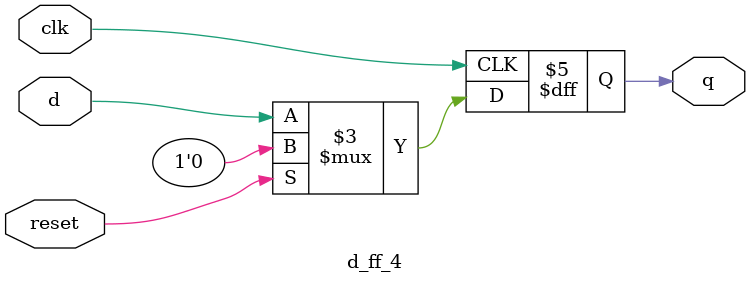
<source format=v>
module d_ff_reset
   (
    input wire clk, reset,
    input wire d,
    output reg q
   );

   // body
   always @(posedge clk, posedge reset)
      if (reset)
         q <= 1'b0;
      else
         q <= d;

endmodule
module d_ff_2
   (
    input wire clk, reset,
    input wire d,
    output reg q
   );

   // body
   always @(negedge clk, posedge reset)
      if (reset)
         q <= 1'b0;
      else
         q <= d;

endmodule

module d_ff_3
   (
    input wire clk, reset,
    input wire d,
    output reg q
   );

   // body
   always @(posedge clk)
      if (reset)
         q <= 1'b0;
      else
         q <= d;

endmodule

module d_ff_4
   (
    input wire clk, reset,
    input wire d,
    output reg q
   );

   // body
   always @(negedge clk)
      if (reset)
         q <= 1'b0;
      else
         q <= d;

endmodule
</source>
